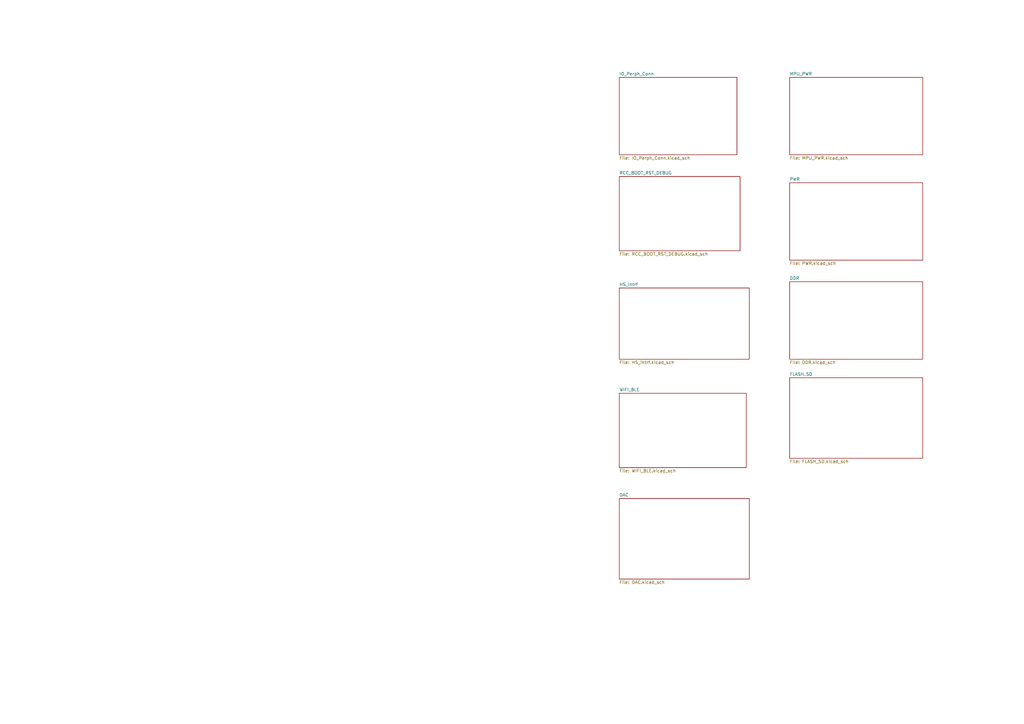
<source format=kicad_sch>
(kicad_sch
	(version 20250114)
	(generator "eeschema")
	(generator_version "9.0")
	(uuid "65890f61-d586-475b-928a-b635a5e4e59e")
	(paper "A3")
	(title_block
		(comment 1 "Author: Mykola Grodskyi")
	)
	(lib_symbols)
	(sheet
		(at 323.85 74.93)
		(size 54.61 31.75)
		(exclude_from_sim no)
		(in_bom yes)
		(on_board yes)
		(dnp no)
		(fields_autoplaced yes)
		(stroke
			(width 0.1524)
			(type solid)
		)
		(fill
			(color 0 0 0 0.0000)
		)
		(uuid "355c85ef-822d-4607-91cf-41bd60068331")
		(property "Sheetname" "PWR"
			(at 323.85 74.2184 0)
			(effects
				(font
					(size 1.27 1.27)
				)
				(justify left bottom)
			)
		)
		(property "Sheetfile" "PWR.kicad_sch"
			(at 323.85 107.2646 0)
			(effects
				(font
					(size 1.27 1.27)
				)
				(justify left top)
			)
		)
		(instances
			(project "MPU_MOD"
				(path "/65890f61-d586-475b-928a-b635a5e4e59e"
					(page "2")
				)
			)
		)
	)
	(sheet
		(at 323.85 115.57)
		(size 54.61 31.75)
		(exclude_from_sim no)
		(in_bom yes)
		(on_board yes)
		(dnp no)
		(fields_autoplaced yes)
		(stroke
			(width 0.1524)
			(type solid)
		)
		(fill
			(color 0 0 0 0.0000)
		)
		(uuid "69214b2b-0971-43f8-ac76-9e3bbab8a034")
		(property "Sheetname" "DDR"
			(at 323.85 114.8584 0)
			(effects
				(font
					(size 1.27 1.27)
				)
				(justify left bottom)
			)
		)
		(property "Sheetfile" "DDR.kicad_sch"
			(at 323.85 147.9046 0)
			(effects
				(font
					(size 1.27 1.27)
				)
				(justify left top)
			)
		)
		(instances
			(project "MPU_MOD"
				(path "/65890f61-d586-475b-928a-b635a5e4e59e"
					(page "4")
				)
			)
		)
	)
	(sheet
		(at 254 161.29)
		(size 52.07 30.48)
		(exclude_from_sim no)
		(in_bom yes)
		(on_board yes)
		(dnp no)
		(fields_autoplaced yes)
		(stroke
			(width 0.1524)
			(type solid)
		)
		(fill
			(color 0 0 0 0.0000)
		)
		(uuid "7b5607bb-cf07-41c5-a9f4-2640606f574f")
		(property "Sheetname" "WIFI_BLE"
			(at 254 160.5784 0)
			(effects
				(font
					(size 1.27 1.27)
				)
				(justify left bottom)
			)
		)
		(property "Sheetfile" "WIFI_BLE.kicad_sch"
			(at 254 192.3546 0)
			(effects
				(font
					(size 1.27 1.27)
				)
				(justify left top)
			)
		)
		(instances
			(project "MPU_MOD"
				(path "/65890f61-d586-475b-928a-b635a5e4e59e"
					(page "9")
				)
			)
		)
	)
	(sheet
		(at 254 72.39)
		(size 49.53 30.48)
		(exclude_from_sim no)
		(in_bom yes)
		(on_board yes)
		(dnp no)
		(fields_autoplaced yes)
		(stroke
			(width 0.1524)
			(type solid)
		)
		(fill
			(color 0 0 0 0.0000)
		)
		(uuid "89de852b-0235-4524-80ff-6a19f9022d3f")
		(property "Sheetname" "RCC_BOOT_RST_DEBUG"
			(at 254 71.6784 0)
			(effects
				(font
					(size 1.27 1.27)
				)
				(justify left bottom)
			)
		)
		(property "Sheetfile" "RCC_BOOT_RST_DEBUG.kicad_sch"
			(at 254 103.4546 0)
			(effects
				(font
					(size 1.27 1.27)
				)
				(justify left top)
			)
		)
		(instances
			(project "MPU_MOD"
				(path "/65890f61-d586-475b-928a-b635a5e4e59e"
					(page "7")
				)
			)
		)
	)
	(sheet
		(at 254 204.47)
		(size 53.34 33.02)
		(exclude_from_sim no)
		(in_bom yes)
		(on_board yes)
		(dnp no)
		(fields_autoplaced yes)
		(stroke
			(width 0.1524)
			(type solid)
		)
		(fill
			(color 0 0 0 0.0000)
		)
		(uuid "8e6695b4-f550-48fc-80fa-082e6ac5485e")
		(property "Sheetname" "DAC"
			(at 254 203.7584 0)
			(effects
				(font
					(size 1.27 1.27)
				)
				(justify left bottom)
			)
		)
		(property "Sheetfile" "DAC.kicad_sch"
			(at 254 238.0746 0)
			(effects
				(font
					(size 1.27 1.27)
				)
				(justify left top)
			)
		)
		(instances
			(project "MPU_MOD"
				(path "/65890f61-d586-475b-928a-b635a5e4e59e"
					(page "10")
				)
			)
		)
	)
	(sheet
		(at 254 118.11)
		(size 53.34 29.21)
		(exclude_from_sim no)
		(in_bom yes)
		(on_board yes)
		(dnp no)
		(fields_autoplaced yes)
		(stroke
			(width 0.1524)
			(type solid)
		)
		(fill
			(color 0 0 0 0.0000)
		)
		(uuid "9899e005-10ba-4bf4-b936-8d0d8a1813b9")
		(property "Sheetname" "HS_intrf"
			(at 254 117.3984 0)
			(effects
				(font
					(size 1.27 1.27)
				)
				(justify left bottom)
			)
		)
		(property "Sheetfile" "HS_intrf.kicad_sch"
			(at 254 147.9046 0)
			(effects
				(font
					(size 1.27 1.27)
				)
				(justify left top)
			)
		)
		(instances
			(project "MPU_MOD"
				(path "/65890f61-d586-475b-928a-b635a5e4e59e"
					(page "8")
				)
			)
		)
	)
	(sheet
		(at 323.85 154.94)
		(size 54.61 33.02)
		(exclude_from_sim no)
		(in_bom yes)
		(on_board yes)
		(dnp no)
		(fields_autoplaced yes)
		(stroke
			(width 0.1524)
			(type solid)
		)
		(fill
			(color 0 0 0 0.0000)
		)
		(uuid "ec317a3c-922b-4ac6-af1a-f2cdb70bc7c5")
		(property "Sheetname" "FLASH_SD"
			(at 323.85 154.2284 0)
			(effects
				(font
					(size 1.27 1.27)
				)
				(justify left bottom)
			)
		)
		(property "Sheetfile" "FLASH_SD.kicad_sch"
			(at 323.85 188.5446 0)
			(effects
				(font
					(size 1.27 1.27)
				)
				(justify left top)
			)
		)
		(instances
			(project "MPU_MOD"
				(path "/65890f61-d586-475b-928a-b635a5e4e59e"
					(page "5")
				)
			)
		)
	)
	(sheet
		(at 323.85 31.75)
		(size 54.61 31.75)
		(exclude_from_sim no)
		(in_bom yes)
		(on_board yes)
		(dnp no)
		(fields_autoplaced yes)
		(stroke
			(width 0.1524)
			(type solid)
		)
		(fill
			(color 0 0 0 0.0000)
		)
		(uuid "f922126e-a4bd-4f88-a222-a0ba90de18ce")
		(property "Sheetname" "MPU_PWR"
			(at 323.85 31.0384 0)
			(effects
				(font
					(size 1.27 1.27)
				)
				(justify left bottom)
			)
		)
		(property "Sheetfile" "MPU_PWR.kicad_sch"
			(at 323.85 64.0846 0)
			(effects
				(font
					(size 1.27 1.27)
				)
				(justify left top)
			)
		)
		(instances
			(project "MPU_MOD"
				(path "/65890f61-d586-475b-928a-b635a5e4e59e"
					(page "3")
				)
			)
		)
	)
	(sheet
		(at 254 31.75)
		(size 48.26 31.75)
		(exclude_from_sim no)
		(in_bom yes)
		(on_board yes)
		(dnp no)
		(fields_autoplaced yes)
		(stroke
			(width 0.1524)
			(type solid)
		)
		(fill
			(color 0 0 0 0.0000)
		)
		(uuid "fb3927f9-2e38-40e3-962e-323526569853")
		(property "Sheetname" "IO_Perph_Conn"
			(at 254 31.0384 0)
			(effects
				(font
					(size 1.27 1.27)
				)
				(justify left bottom)
			)
		)
		(property "Sheetfile" "IO_Perph_Conn.kicad_sch"
			(at 254 64.0846 0)
			(effects
				(font
					(size 1.27 1.27)
				)
				(justify left top)
			)
		)
		(instances
			(project "MPU_MOD"
				(path "/65890f61-d586-475b-928a-b635a5e4e59e"
					(page "6")
				)
			)
		)
	)
	(sheet_instances
		(path "/"
			(page "1")
		)
	)
	(embedded_fonts no)
)

</source>
